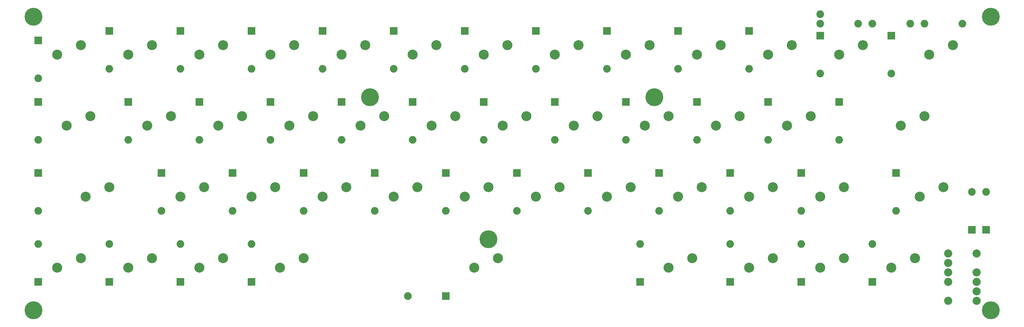
<source format=gbs>
G04 #@! TF.FileFunction,Soldermask,Bot*
%FSLAX46Y46*%
G04 Gerber Fmt 4.6, Leading zero omitted, Abs format (unit mm)*
G04 Created by KiCad (PCBNEW 4.0.4-stable) date Thursday, 22 September 2016 'PMt' 03:17:32 PM*
%MOMM*%
%LPD*%
G01*
G04 APERTURE LIST*
%ADD10C,0.100000*%
%ADD11C,2.051000*%
%ADD12R,2.051000X2.051000*%
%ADD13C,2.686000*%
%ADD14C,2.178000*%
%ADD15C,4.800000*%
G04 APERTURE END LIST*
D10*
D11*
X20320000Y-92710000D03*
D12*
X20320000Y-82550000D03*
D11*
X20320000Y-109220000D03*
D12*
X20320000Y-99060000D03*
D11*
X20320000Y-128270000D03*
D12*
X20320000Y-118110000D03*
D11*
X20320000Y-137160000D03*
D12*
X20320000Y-147320000D03*
D11*
X39370000Y-90170000D03*
D12*
X39370000Y-80010000D03*
D11*
X44450000Y-109220000D03*
D12*
X44450000Y-99060000D03*
D11*
X53340000Y-128270000D03*
D12*
X53340000Y-118110000D03*
D11*
X39370000Y-137160000D03*
D12*
X39370000Y-147320000D03*
D11*
X58420000Y-90170000D03*
D12*
X58420000Y-80010000D03*
D11*
X63500000Y-109220000D03*
D12*
X63500000Y-99060000D03*
D11*
X72390000Y-128270000D03*
D12*
X72390000Y-118110000D03*
D11*
X58420000Y-137160000D03*
D12*
X58420000Y-147320000D03*
D11*
X77470000Y-90170000D03*
D12*
X77470000Y-80010000D03*
D11*
X82550000Y-109220000D03*
D12*
X82550000Y-99060000D03*
D11*
X91440000Y-128270000D03*
D12*
X91440000Y-118110000D03*
D11*
X77470000Y-137160000D03*
D12*
X77470000Y-147320000D03*
D11*
X96520000Y-90170000D03*
D12*
X96520000Y-80010000D03*
D11*
X101600000Y-109220000D03*
D12*
X101600000Y-99060000D03*
D11*
X110490000Y-128270000D03*
D12*
X110490000Y-118110000D03*
D11*
X115570000Y-90170000D03*
D12*
X115570000Y-80010000D03*
D11*
X120650000Y-109220000D03*
D12*
X120650000Y-99060000D03*
D11*
X129540000Y-128270000D03*
D12*
X129540000Y-118110000D03*
D11*
X119380000Y-151130000D03*
D12*
X129540000Y-151130000D03*
D11*
X134620000Y-90170000D03*
D12*
X134620000Y-80010000D03*
D11*
X139700000Y-109220000D03*
D12*
X139700000Y-99060000D03*
D11*
X148590000Y-128270000D03*
D12*
X148590000Y-118110000D03*
D11*
X153670000Y-90170000D03*
D12*
X153670000Y-80010000D03*
D11*
X158750000Y-109220000D03*
D12*
X158750000Y-99060000D03*
D11*
X167640000Y-128270000D03*
D12*
X167640000Y-118110000D03*
D11*
X172720000Y-90170000D03*
D12*
X172720000Y-80010000D03*
D11*
X177800000Y-109220000D03*
D12*
X177800000Y-99060000D03*
D11*
X186690000Y-128270000D03*
D12*
X186690000Y-118110000D03*
D11*
X181610000Y-137160000D03*
D12*
X181610000Y-147320000D03*
D11*
X191770000Y-90170000D03*
D12*
X191770000Y-80010000D03*
D11*
X196850000Y-109220000D03*
D12*
X196850000Y-99060000D03*
D11*
X205740000Y-128270000D03*
D12*
X205740000Y-118110000D03*
D11*
X205740000Y-137160000D03*
D12*
X205740000Y-147320000D03*
D11*
X210820000Y-90170000D03*
D12*
X210820000Y-80010000D03*
D11*
X215900000Y-109220000D03*
D12*
X215900000Y-99060000D03*
D11*
X224790000Y-128270000D03*
D12*
X224790000Y-118110000D03*
D11*
X224790000Y-137160000D03*
D12*
X224790000Y-147320000D03*
D11*
X229870000Y-91440000D03*
D12*
X229870000Y-81280000D03*
D11*
X234950000Y-109220000D03*
D12*
X234950000Y-99060000D03*
D11*
X250190000Y-128270000D03*
D12*
X250190000Y-118110000D03*
D11*
X243840000Y-137160000D03*
D12*
X243840000Y-147320000D03*
D11*
X248920000Y-91440000D03*
D12*
X248920000Y-81280000D03*
D11*
X274320000Y-123190000D03*
D12*
X274320000Y-133350000D03*
D11*
X270510000Y-123190000D03*
D12*
X270510000Y-133350000D03*
D11*
X229870000Y-78105000D03*
X240030000Y-78105000D03*
X243840000Y-78105000D03*
X254000000Y-78105000D03*
X257810000Y-78105000D03*
X267970000Y-78105000D03*
D13*
X31750000Y-83820000D03*
X25400000Y-86360000D03*
X50800000Y-83820000D03*
X44450000Y-86360000D03*
X69850000Y-83820000D03*
X63500000Y-86360000D03*
X88900000Y-83820000D03*
X82550000Y-86360000D03*
X107950000Y-83820000D03*
X101600000Y-86360000D03*
X127000000Y-83820000D03*
X120650000Y-86360000D03*
X146050000Y-83820000D03*
X139700000Y-86360000D03*
X165100000Y-83820000D03*
X158750000Y-86360000D03*
X184150000Y-83820000D03*
X177800000Y-86360000D03*
X203200000Y-83820000D03*
X196850000Y-86360000D03*
X222250000Y-83820000D03*
X215900000Y-86360000D03*
X241300000Y-83820000D03*
X234950000Y-86360000D03*
X265430000Y-83820000D03*
X259080000Y-86360000D03*
X34290000Y-102870000D03*
X27940000Y-105410000D03*
X55880000Y-102870000D03*
X49530000Y-105410000D03*
X74930000Y-102870000D03*
X68580000Y-105410000D03*
X93980000Y-102870000D03*
X87630000Y-105410000D03*
X113030000Y-102870000D03*
X106680000Y-105410000D03*
X132080000Y-102870000D03*
X125730000Y-105410000D03*
X151130000Y-102870000D03*
X144780000Y-105410000D03*
X170180000Y-102870000D03*
X163830000Y-105410000D03*
X189230000Y-102870000D03*
X182880000Y-105410000D03*
X208280000Y-102870000D03*
X201930000Y-105410000D03*
X227330000Y-102870000D03*
X220980000Y-105410000D03*
X257810000Y-102870000D03*
X251460000Y-105410000D03*
X39370000Y-121920000D03*
X33020000Y-124460000D03*
X64770000Y-121920000D03*
X58420000Y-124460000D03*
X83820000Y-121920000D03*
X77470000Y-124460000D03*
X102870000Y-121920000D03*
X96520000Y-124460000D03*
X121920000Y-121920000D03*
X115570000Y-124460000D03*
X140970000Y-121920000D03*
X134620000Y-124460000D03*
X160020000Y-121920000D03*
X153670000Y-124460000D03*
X179070000Y-121920000D03*
X172720000Y-124460000D03*
X198120000Y-121920000D03*
X191770000Y-124460000D03*
X217170000Y-121920000D03*
X210820000Y-124460000D03*
X236220000Y-121920000D03*
X229870000Y-124460000D03*
X262890000Y-121920000D03*
X256540000Y-124460000D03*
D14*
X271780000Y-139700000D03*
X271780000Y-144780000D03*
X264160000Y-144780000D03*
X264160000Y-142240000D03*
X264160000Y-139700000D03*
D13*
X31750000Y-140970000D03*
X25400000Y-143510000D03*
X50800000Y-140970000D03*
X44450000Y-143510000D03*
X69850000Y-140970000D03*
X63500000Y-143510000D03*
X91440000Y-140970000D03*
X85090000Y-143510000D03*
X143510000Y-140970000D03*
X137160000Y-143510000D03*
X195580000Y-140970000D03*
X189230000Y-143510000D03*
X217170000Y-140970000D03*
X210820000Y-143510000D03*
X236220000Y-140970000D03*
X229870000Y-143510000D03*
X255270000Y-140970000D03*
X248920000Y-143510000D03*
D14*
X264160000Y-152400000D03*
X264160000Y-147320000D03*
X271780000Y-147320000D03*
X271780000Y-149860000D03*
X271780000Y-152400000D03*
D11*
X229870000Y-75565000D03*
D15*
X19050000Y-76200000D03*
X19050000Y-154940000D03*
X275590000Y-154940000D03*
X109220000Y-97790000D03*
X140970000Y-135890000D03*
X275590000Y-76200000D03*
X185420000Y-97790000D03*
M02*

</source>
